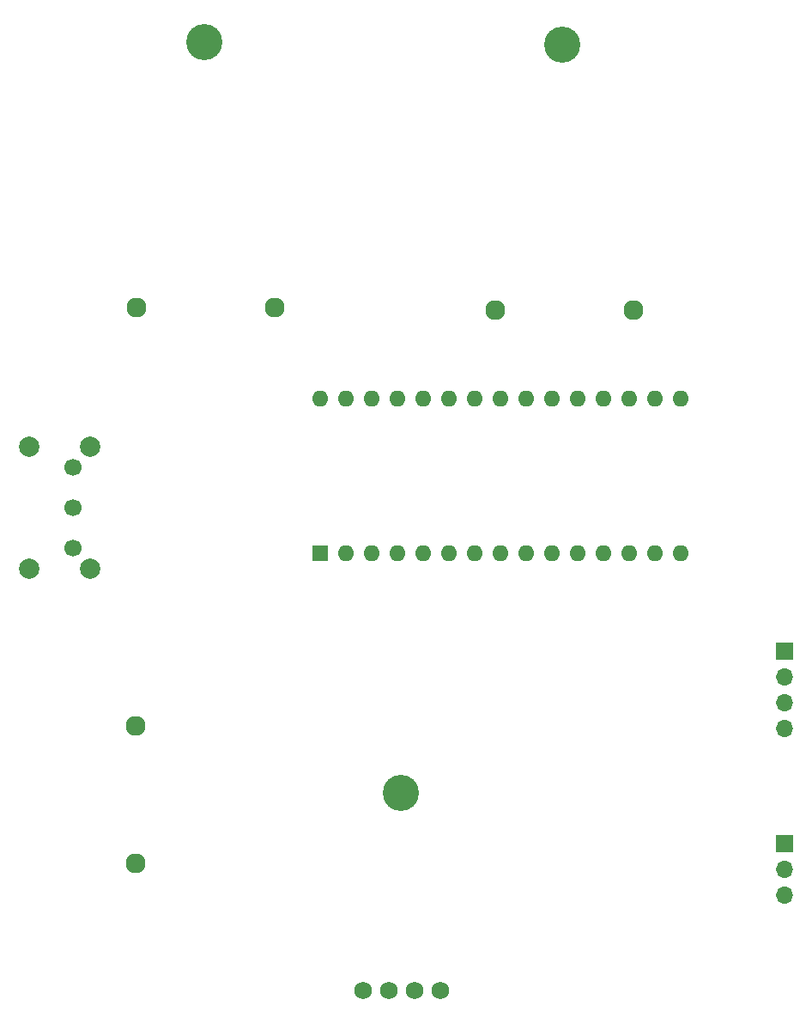
<source format=gts>
%TF.GenerationSoftware,KiCad,Pcbnew,7.0.10*%
%TF.CreationDate,2024-05-29T17:31:35+08:00*%
%TF.ProjectId,toilet_monitoring_unit,746f696c-6574-45f6-9d6f-6e69746f7269,rev?*%
%TF.SameCoordinates,Original*%
%TF.FileFunction,Soldermask,Top*%
%TF.FilePolarity,Negative*%
%FSLAX46Y46*%
G04 Gerber Fmt 4.6, Leading zero omitted, Abs format (unit mm)*
G04 Created by KiCad (PCBNEW 7.0.10) date 2024-05-29 17:31:35*
%MOMM*%
%LPD*%
G01*
G04 APERTURE LIST*
%ADD10C,2.000000*%
%ADD11C,1.700000*%
%ADD12R,1.700000X1.700000*%
%ADD13O,1.700000X1.700000*%
%ADD14R,1.600000X1.600000*%
%ADD15O,1.600000X1.600000*%
%ADD16C,1.734000*%
%ADD17C,3.560000*%
%ADD18C,1.959000*%
G04 APERTURE END LIST*
D10*
%TO.C,SW2*%
X82534600Y-104871000D03*
X76534600Y-104871000D03*
X82534600Y-116871000D03*
X76534600Y-116871000D03*
D11*
X80784600Y-106871000D03*
X80784600Y-110871000D03*
X80784600Y-114871000D03*
%TD*%
D12*
%TO.C,J1*%
X151000000Y-144000000D03*
D13*
X151000000Y-146540000D03*
X151000000Y-149080000D03*
%TD*%
D14*
%TO.C,A1*%
X105200000Y-115360000D03*
D15*
X107740000Y-115360000D03*
X110280000Y-115360000D03*
X112820000Y-115360000D03*
X115360000Y-115360000D03*
X117900000Y-115360000D03*
X120440000Y-115360000D03*
X122980000Y-115360000D03*
X125520000Y-115360000D03*
X128060000Y-115360000D03*
X130600000Y-115360000D03*
X133140000Y-115360000D03*
X135680000Y-115360000D03*
X138220000Y-115360000D03*
X140760000Y-115360000D03*
X140760000Y-100120000D03*
X138220000Y-100120000D03*
X135680000Y-100120000D03*
X133140000Y-100120000D03*
X130600000Y-100120000D03*
X128060000Y-100120000D03*
X125520000Y-100120000D03*
X122980000Y-100120000D03*
X120440000Y-100120000D03*
X117900000Y-100120000D03*
X115360000Y-100120000D03*
X112820000Y-100120000D03*
X110280000Y-100120000D03*
X107740000Y-100120000D03*
X105200000Y-100120000D03*
%TD*%
D16*
%TO.C,U1*%
X109420000Y-158500000D03*
X111960000Y-158500000D03*
X114500000Y-158500000D03*
X117040000Y-158500000D03*
%TD*%
D17*
%TO.C,BT4*%
X129115000Y-65275000D03*
D18*
X122485000Y-91435000D03*
X136075000Y-91435000D03*
%TD*%
D17*
%TO.C,BT1*%
X93740000Y-65000000D03*
D18*
X87110000Y-91160000D03*
X100700000Y-91160000D03*
%TD*%
D17*
%TO.C,BT5*%
X113190000Y-139000000D03*
D18*
X87030000Y-132370000D03*
X87030000Y-145960000D03*
%TD*%
D12*
%TO.C,J3*%
X151000000Y-125000000D03*
D13*
X151000000Y-127540000D03*
X151000000Y-130080000D03*
X151000000Y-132620000D03*
%TD*%
M02*

</source>
